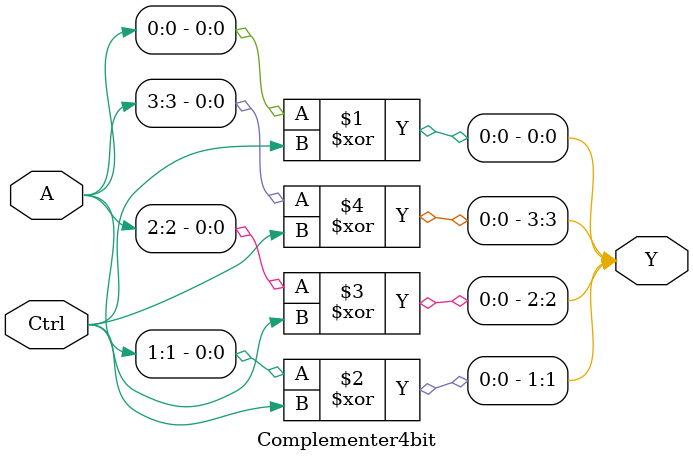
<source format=v>
`timescale 1ns/1ns
`include "Question5.v"

module AdderSub4bit(A,B,M,Y,Ovrflw);

    input [3:0] A,B;
    input M;

    output [3:0] Y;
    output Ovrflw;

    wire [3:0]BorInvB;
    wire Cinterm0, Cinterm1, Cinterm2, Cinterm3;

    Complementer4bit C0(B,BorInvB,M);

    FullAdder F0(A[0], BorInvB[0], M, Y[0], Cinterm0);
    FullAdder F1(A[1], BorInvB[1], Cinterm0, Y[1], Cinterm1);
    FullAdder F2(A[2], BorInvB[2], Cinterm1, Y[2], Cinterm2);
    FullAdder F3(A[3], BorInvB[3], Cinterm2, Y[3], Cinterm3);

    xor xintnl(Ovrflw,   Cinterm3,  Cinterm2);
    
endmodule

module Complementer4bit (A,Y,Ctrl);
    
    input [3:0] A;
    input Ctrl;
    
    output [3:0] Y;

    xor
        xo0(Y[0], A[0], Ctrl),
        xo1(Y[1], A[1], Ctrl),  
        xo2(Y[2], A[2], Ctrl),
        xo3(Y[3], A[3], Ctrl);
    
endmodule
</source>
